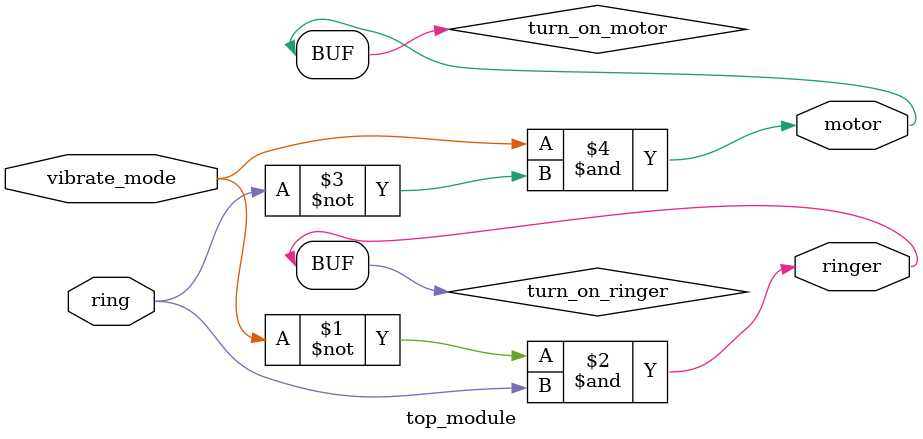
<source format=sv>
module top_module(
	input ring, 
	input vibrate_mode,
	output ringer,
	output motor
);
	
	// Declare internal wire
	wire turn_on_ringer;
	
	// Declare internal wire
	wire turn_on_motor;
	
	// Combinational logic to control ringer and motor
	assign turn_on_ringer = ~vibrate_mode & ring;
	assign turn_on_motor = vibrate_mode & ~ring;
	
	// Assign outputs
	assign ringer = turn_on_ringer;
	assign motor = turn_on_motor;
	
endmodule

</source>
